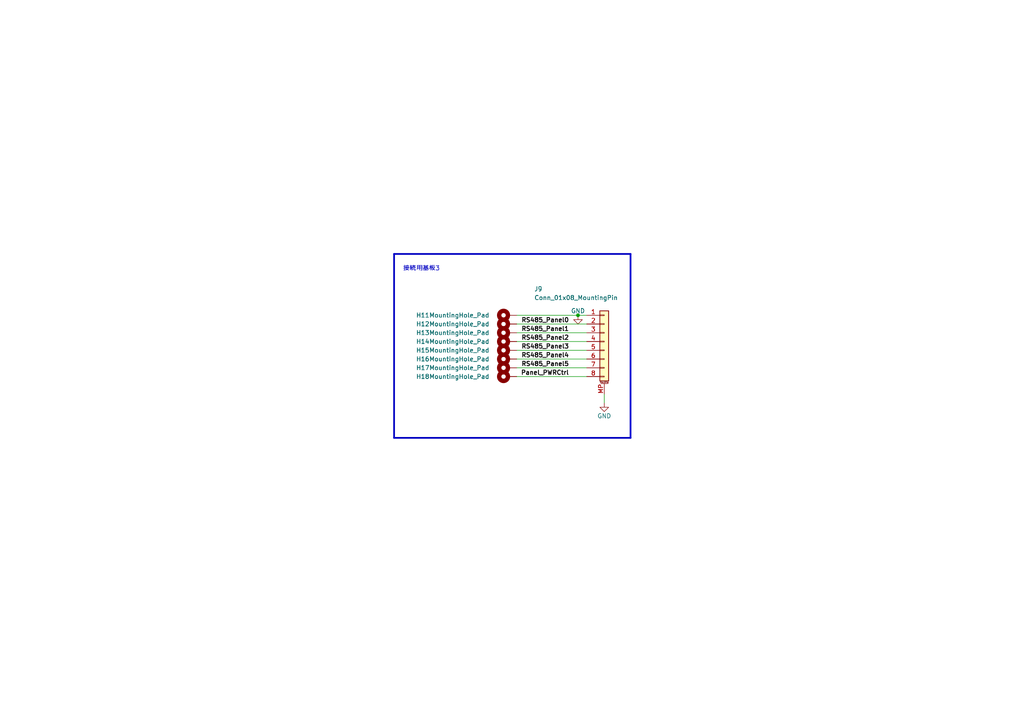
<source format=kicad_sch>
(kicad_sch (version 20230121) (generator eeschema)
  (paper "A4")
  (lib_symbols
    (symbol "Connector_Generic_MountingPin:Conn_01x08_MountingPin" (pin_names (offset 1.016) hide)
      (property "Reference" "J" (at 0 10.16 0))
      (property "Value" "Conn_01x08_MountingPin" (at 1.27 -12.7 0))
      (symbol "Conn_01x08_MountingPin_1_1"
        (rectangle (start -1.27 -10.033) (end 0 -10.287) (stroke (width 0.1524)))
        (rectangle (start -1.27 -7.493) (end 0 -7.747) (stroke (width 0.1524)))
        (rectangle (start -1.27 -4.953) (end 0 -5.207) (stroke (width 0.1524)))
        (rectangle (start -1.27 -2.413) (end 0 -2.667) (stroke (width 0.1524)))
        (rectangle (start -1.27 0.127) (end 0 -0.127) (stroke (width 0.1524)))
        (rectangle (start -1.27 2.667) (end 0 2.413) (stroke (width 0.1524)))
        (rectangle (start -1.27 5.207) (end 0 4.953) (stroke (width 0.1524)))
        (rectangle (start -1.27 7.747) (end 0 7.493) (stroke (width 0.1524)))
        (rectangle (start -1.27 8.89) (end 1.27 -11.43) (stroke (width 0.254)) (fill (type background)))
        (polyline (pts (xy -1.016 -12.192) (xy 1.016 -12.192)) (stroke (width 0.1524)))
        (text "Mounting" (at 0 -11.811 0) (effects (font (size 0.381 0.381))))
        (pin passive line (at -5.08 7.62 0) (length 3.81) (name "Pin_1") (number "1"))
        (pin passive line (at -5.08 5.08 0) (length 3.81) (name "Pin_2") (number "2"))
        (pin passive line (at -5.08 2.54 0) (length 3.81) (name "Pin_3") (number "3"))
        (pin passive line (at -5.08 0 0) (length 3.81) (name "Pin_4") (number "4"))
        (pin passive line (at -5.08 -2.54 0) (length 3.81) (name "Pin_5") (number "5"))
        (pin passive line (at -5.08 -5.08 0) (length 3.81) (name "Pin_6") (number "6"))
        (pin passive line (at -5.08 -7.62 0) (length 3.81) (name "Pin_7") (number "7"))
        (pin passive line (at -5.08 -10.16 0) (length 3.81) (name "Pin_8") (number "8"))
        (pin passive line (at 0 -15.24 90) (length 3.048) (name "MountPin") (number "MP"))
      )
    )
    (symbol "Mechanical:MountingHole_Pad" (pin_numbers hide) (pin_names (offset 1.016) hide)
      (property "Reference" "H" (at 0 6.35 0))
      (property "Value" "MountingHole_Pad" (at 0 4.445 0))
      (symbol "MountingHole_Pad_0_1"
        (circle (center 0 1.27) (radius 1.27) (stroke (width 1.27)))
      )
      (symbol "MountingHole_Pad_1_1"
        (pin input line (at 0 -2.54 90) (length 2.54) (name "1") (number "1"))
      )
    )
    (symbol "power:GND" (power) (pin_names (offset 0))
      (property "Value" "GND" (at 0 -3.81 0))
      (symbol "GND_0_1"
        (polyline (pts (xy 0 0) (xy 0 -1.27) (xy 1.27 -1.27) (xy 0 -2.54) (xy -1.27 -1.27) (xy 0 -1.27)))
      )
      (symbol "GND_1_1"
        (pin power_in line (at 0 0 270) (length 0) hide (name "GND") (number "1"))
      )
    )
  )
  (junction (at 167.64 91.44))
  (wire (pts (xy 175.26 114.3) (xy 175.26 116.84)))
  (polyline (pts (xy 182.88 73.66) (xy 182.88 127)) (stroke (width 0.5) (type solid)))
  (wire (pts (xy 149.86 91.44) (xy 167.64 91.44)))
  (wire (pts (xy 149.86 96.52) (xy 170.18 96.52)))
  (wire (pts (xy 149.86 106.68) (xy 170.18 106.68)))
  (wire (pts (xy 167.64 91.44) (xy 170.18 91.44)))
  (polyline (pts (xy 114.3 73.66) (xy 182.88 73.66)) (stroke (width 0.5) (type solid)))
  (wire (pts (xy 149.86 99.06) (xy 170.18 99.06)))
  (wire (pts (xy 149.86 104.14) (xy 170.18 104.14)))
  (wire (pts (xy 149.86 101.6) (xy 170.18 101.6)))
  (wire (pts (xy 149.86 93.98) (xy 170.18 93.98)))
  (polyline (pts (xy 114.3 127) (xy 182.88 127)) (stroke (width 0.5) (type solid)))
  (polyline (pts (xy 114.3 73.66) (xy 114.3 127)) (stroke (width 0.5) (type solid)))
  (wire (pts (xy 149.86 109.22) (xy 170.18 109.22)))
  (text "接続用基板3" (at 116.84 78.74 0) (effects (font (size 1.27 1.27)) (justify left bottom)))
  (label "RS485_Panel1" (at 165.1 96.52 180) (effects (font (thickness 0.254) bold)))
  (label "RS485_Panel3" (at 165.1 101.6 180) (effects (font (thickness 0.254) bold)))
  (label "Panel_PWRCtrl" (at 165.1 109.22 180) (effects (font (thickness 0.254) bold)))
  (label "RS485_Panel0" (at 165.1 93.98 180) (effects (font (thickness 0.254) bold)))
  (label "RS485_Panel5" (at 165.1 106.68 180) (effects (font (thickness 0.254) bold)))
  (label "RS485_Panel4" (at 165.1 104.14 180) (effects (font (thickness 0.254) bold)))
  (label "RS485_Panel2" (at 165.1 99.06 180) (effects (font (thickness 0.254) bold)))
  (symbol (lib_id "Mechanical:MountingHole_Pad") (at 147.32 91.44 90) (unit 1)
    (property "Reference" "H11" (at 120.65 91.44 90) (effects (justify right)))
    (property "Value" "MountingHole_Pad" (at 124.46 91.44 90) (effects (justify right)))
    (property "Footprint" "TomoshibiLibrary:Pad_THTPad_1.0x1.0mm_Drill0.65mm" (effects hide))
  )
  (symbol (lib_id "power:GND") (at 175.26 116.84 0) (mirror y) (unit 1)
    (property "Reference" "#PWR029" (effects hide))
    (property "Value" "GND" (at 175.26 120.65 0))
  )
  (symbol (lib_id "Mechanical:MountingHole_Pad") (at 147.32 101.6 90) (unit 1)
    (property "Reference" "H15" (at 120.65 101.6 90) (effects (justify right)))
    (property "Value" "MountingHole_Pad" (at 124.46 101.6 90) (effects (justify right)))
    (property "Footprint" "TomoshibiLibrary:Pad_THTPad_D1.0mm_Drill0.65mm" (effects hide))
  )
  (symbol (lib_id "Mechanical:MountingHole_Pad") (at 147.32 109.22 90) (unit 1)
    (property "Reference" "H18" (at 120.65 109.22 90) (effects (justify right)))
    (property "Value" "MountingHole_Pad" (at 124.46 109.22 90) (effects (justify right)))
    (property "Footprint" "TomoshibiLibrary:Pad_THTPad_D1.0mm_Drill0.65mm" (effects hide))
  )
  (symbol (lib_id "Mechanical:MountingHole_Pad") (at 147.32 106.68 90) (unit 1)
    (property "Reference" "H17" (at 120.65 106.68 90) (effects (justify right)))
    (property "Value" "MountingHole_Pad" (at 124.46 106.68 90) (effects (justify right)))
    (property "Footprint" "TomoshibiLibrary:Pad_THTPad_D1.0mm_Drill0.65mm" (effects hide))
  )
  (symbol (lib_id "Mechanical:MountingHole_Pad") (at 147.32 96.52 90) (unit 1)
    (property "Reference" "H13" (at 120.65 96.52 90) (effects (justify right)))
    (property "Value" "MountingHole_Pad" (at 124.46 96.52 90) (effects (justify right)))
    (property "Footprint" "TomoshibiLibrary:Pad_THTPad_D1.0mm_Drill0.65mm" (effects hide))
  )
  (symbol (lib_id "Connector_Generic_MountingPin:Conn_01x08_MountingPin") (at 175.26 99.06 0) (unit 1)
    (property "Reference" "J9" (at 154.94 83.82 0) (effects (justify left)))
    (property "Value" "Conn_01x08_MountingPin" (at 154.94 86.36 0) (effects (justify left)))
    (property "Footprint" "Connector_Molex:Molex_PicoBlade_53398-0871_1x08-1MP_P1.25mm_Vertical" (effects hide))
  )
  (symbol (lib_id "Mechanical:MountingHole_Pad") (at 147.32 104.14 90) (unit 1)
    (property "Reference" "H16" (at 120.65 104.14 90) (effects (justify right)))
    (property "Value" "MountingHole_Pad" (at 124.46 104.14 90) (effects (justify right)))
    (property "Footprint" "TomoshibiLibrary:Pad_THTPad_D1.0mm_Drill0.65mm" (effects hide))
  )
  (symbol (lib_id "Mechanical:MountingHole_Pad") (at 147.32 99.06 90) (unit 1)
    (property "Reference" "H14" (at 120.65 99.06 90) (effects (justify right)))
    (property "Value" "MountingHole_Pad" (at 124.46 99.06 90) (effects (justify right)))
    (property "Footprint" "TomoshibiLibrary:Pad_THTPad_D1.0mm_Drill0.65mm" (effects hide))
  )
  (symbol (lib_id "power:GND") (at 167.64 91.44 0) (mirror y) (unit 1)
    (property "Reference" "#PWR028" (effects hide))
    (property "Value" "GND" (at 167.64 90.17 0))
  )
  (symbol (lib_id "Mechanical:MountingHole_Pad") (at 147.32 93.98 90) (unit 1)
    (property "Reference" "H12" (at 120.65 93.98 90) (effects (justify right)))
    (property "Value" "MountingHole_Pad" (at 124.46 93.98 90) (effects (justify right)))
    (property "Footprint" "TomoshibiLibrary:Pad_THTPad_D1.0mm_Drill0.65mm" (effects hide))
  )
)
</source>
